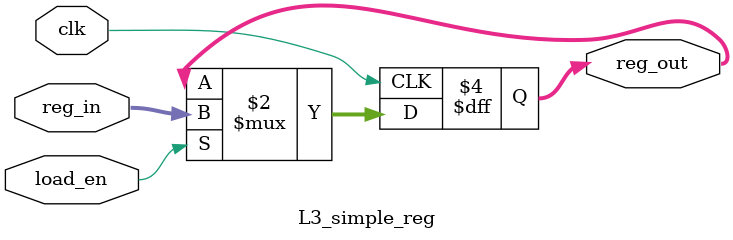
<source format=v>
module L3_simple_reg(input [3:0] reg_in,
					 input load_en,
					 input clk,
					 output reg [3:0] reg_out);


    always@(posedge clk)
    begin
        if(load_en)
			reg_out <= reg_in;
    end
	
endmodule
</source>
